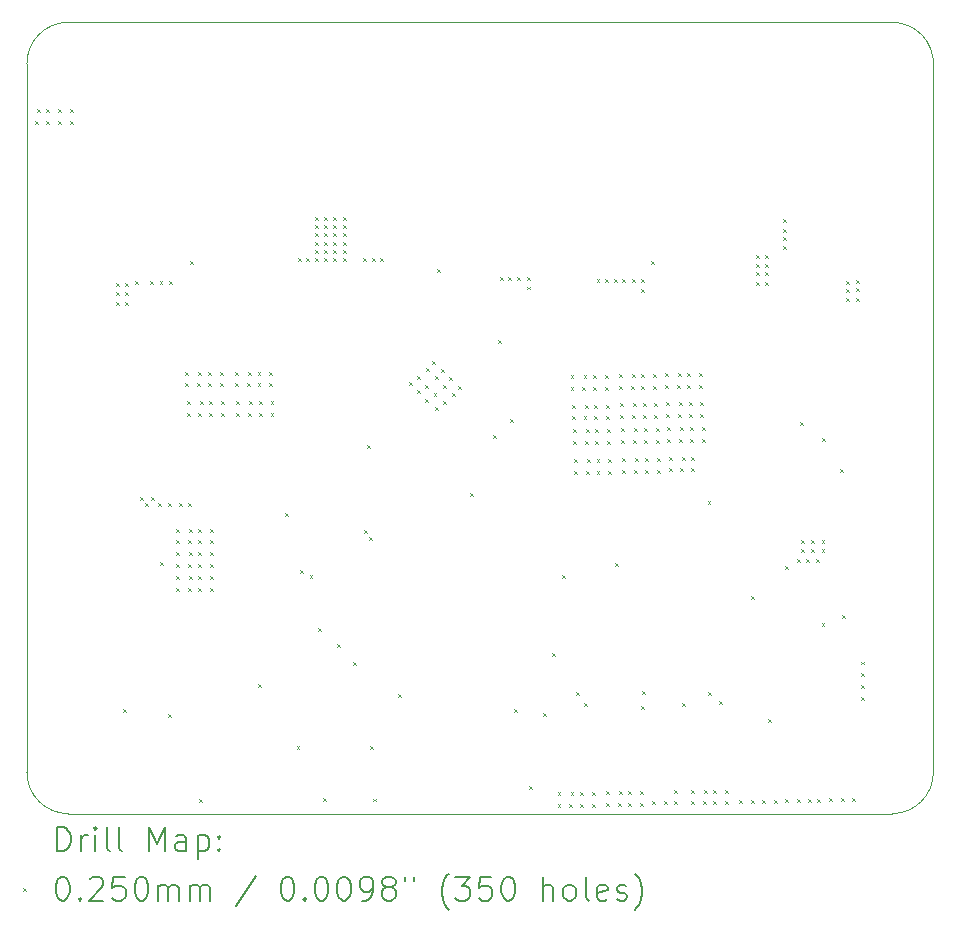
<source format=gbr>
%TF.GenerationSoftware,KiCad,Pcbnew,8.0.4*%
%TF.CreationDate,2024-12-09T12:19:06+01:00*%
%TF.ProjectId,BLDC motor controller,424c4443-206d-46f7-946f-7220636f6e74,1.1*%
%TF.SameCoordinates,Original*%
%TF.FileFunction,Drillmap*%
%TF.FilePolarity,Positive*%
%FSLAX45Y45*%
G04 Gerber Fmt 4.5, Leading zero omitted, Abs format (unit mm)*
G04 Created by KiCad (PCBNEW 8.0.4) date 2024-12-09 12:19:06*
%MOMM*%
%LPD*%
G01*
G04 APERTURE LIST*
%ADD10C,0.100000*%
%ADD11C,0.200000*%
G04 APERTURE END LIST*
D10*
X9725000Y-6750000D02*
X16700000Y-6750000D01*
X9375000Y-7100000D02*
G75*
G02*
X9725000Y-6750000I350000J0D01*
G01*
X9375000Y-13100000D02*
X9375000Y-8750000D01*
X16700000Y-6750000D02*
G75*
G02*
X17049111Y-7124936I0J-350000D01*
G01*
X9725000Y-13450000D02*
X16700000Y-13450000D01*
X17050000Y-13100000D02*
X17050000Y-7125000D01*
X17050000Y-13100000D02*
G75*
G02*
X16700000Y-13450000I-350000J0D01*
G01*
X9725000Y-13450000D02*
G75*
G02*
X9375000Y-13100000I0J350000D01*
G01*
X9375000Y-8750000D02*
X9375000Y-7100000D01*
D11*
D10*
X9447500Y-7587500D02*
X9472500Y-7612500D01*
X9472500Y-7587500D02*
X9447500Y-7612500D01*
X9457500Y-7487500D02*
X9482500Y-7512500D01*
X9482500Y-7487500D02*
X9457500Y-7512500D01*
X9537500Y-7487500D02*
X9562500Y-7512500D01*
X9562500Y-7487500D02*
X9537500Y-7512500D01*
X9537500Y-7587500D02*
X9562500Y-7612500D01*
X9562500Y-7587500D02*
X9537500Y-7612500D01*
X9637500Y-7487500D02*
X9662500Y-7512500D01*
X9662500Y-7487500D02*
X9637500Y-7512500D01*
X9637500Y-7587500D02*
X9662500Y-7612500D01*
X9662500Y-7587500D02*
X9637500Y-7612500D01*
X9737500Y-7487500D02*
X9762500Y-7512500D01*
X9762500Y-7487500D02*
X9737500Y-7512500D01*
X9737500Y-7587500D02*
X9762500Y-7612500D01*
X9762500Y-7587500D02*
X9737500Y-7612500D01*
X10127500Y-8957500D02*
X10152500Y-8982500D01*
X10152500Y-8957500D02*
X10127500Y-8982500D01*
X10127500Y-9037500D02*
X10152500Y-9062500D01*
X10152500Y-9037500D02*
X10127500Y-9062500D01*
X10127500Y-9117500D02*
X10152500Y-9142500D01*
X10152500Y-9117500D02*
X10127500Y-9142500D01*
X10192500Y-12562500D02*
X10217500Y-12587500D01*
X10217500Y-12562500D02*
X10192500Y-12587500D01*
X10207500Y-8957500D02*
X10232500Y-8982500D01*
X10232500Y-8957500D02*
X10207500Y-8982500D01*
X10207500Y-9037500D02*
X10232500Y-9062500D01*
X10232500Y-9037500D02*
X10207500Y-9062500D01*
X10207500Y-9117500D02*
X10232500Y-9142500D01*
X10232500Y-9117500D02*
X10207500Y-9142500D01*
X10287500Y-8937500D02*
X10312500Y-8962500D01*
X10312500Y-8937500D02*
X10287500Y-8962500D01*
X10332500Y-10767500D02*
X10357500Y-10792500D01*
X10357500Y-10767500D02*
X10332500Y-10792500D01*
X10377500Y-10822500D02*
X10402500Y-10847500D01*
X10402500Y-10822500D02*
X10377500Y-10847500D01*
X10417500Y-8937500D02*
X10442500Y-8962500D01*
X10442500Y-8937500D02*
X10417500Y-8962500D01*
X10422500Y-10767500D02*
X10447500Y-10792500D01*
X10447500Y-10767500D02*
X10422500Y-10792500D01*
X10482500Y-10822500D02*
X10507500Y-10847500D01*
X10507500Y-10822500D02*
X10482500Y-10847500D01*
X10497500Y-8937500D02*
X10522500Y-8962500D01*
X10522500Y-8937500D02*
X10497500Y-8962500D01*
X10502500Y-11317500D02*
X10527500Y-11342500D01*
X10527500Y-11317500D02*
X10502500Y-11342500D01*
X10567500Y-10822500D02*
X10592500Y-10847500D01*
X10592500Y-10822500D02*
X10567500Y-10847500D01*
X10572500Y-12607500D02*
X10597500Y-12632500D01*
X10597500Y-12607500D02*
X10572500Y-12632500D01*
X10577500Y-8937500D02*
X10602500Y-8962500D01*
X10602500Y-8937500D02*
X10577500Y-8962500D01*
X10637500Y-11037500D02*
X10662500Y-11062500D01*
X10662500Y-11037500D02*
X10637500Y-11062500D01*
X10637500Y-11137500D02*
X10662500Y-11162500D01*
X10662500Y-11137500D02*
X10637500Y-11162500D01*
X10637500Y-11237500D02*
X10662500Y-11262500D01*
X10662500Y-11237500D02*
X10637500Y-11262500D01*
X10637500Y-11337500D02*
X10662500Y-11362500D01*
X10662500Y-11337500D02*
X10637500Y-11362500D01*
X10637500Y-11437500D02*
X10662500Y-11462500D01*
X10662500Y-11437500D02*
X10637500Y-11462500D01*
X10637500Y-11537500D02*
X10662500Y-11562500D01*
X10662500Y-11537500D02*
X10637500Y-11562500D01*
X10662500Y-10822500D02*
X10687500Y-10847500D01*
X10687500Y-10822500D02*
X10662500Y-10847500D01*
X10717500Y-9707500D02*
X10742500Y-9732500D01*
X10742500Y-9707500D02*
X10717500Y-9732500D01*
X10717500Y-9807500D02*
X10742500Y-9832500D01*
X10742500Y-9807500D02*
X10717500Y-9832500D01*
X10727500Y-9957500D02*
X10752500Y-9982500D01*
X10752500Y-9957500D02*
X10727500Y-9982500D01*
X10727500Y-10057500D02*
X10752500Y-10082500D01*
X10752500Y-10057500D02*
X10727500Y-10082500D01*
X10737500Y-11137500D02*
X10762500Y-11162500D01*
X10762500Y-11137500D02*
X10737500Y-11162500D01*
X10737500Y-11337500D02*
X10762500Y-11362500D01*
X10762500Y-11337500D02*
X10737500Y-11362500D01*
X10737500Y-11537500D02*
X10762500Y-11562500D01*
X10762500Y-11537500D02*
X10737500Y-11562500D01*
X10742500Y-10822500D02*
X10767500Y-10847500D01*
X10767500Y-10822500D02*
X10742500Y-10847500D01*
X10747500Y-11037500D02*
X10772500Y-11062500D01*
X10772500Y-11037500D02*
X10747500Y-11062500D01*
X10747500Y-11237500D02*
X10772500Y-11262500D01*
X10772500Y-11237500D02*
X10747500Y-11262500D01*
X10747500Y-11437500D02*
X10772500Y-11462500D01*
X10772500Y-11437500D02*
X10747500Y-11462500D01*
X10752500Y-8772500D02*
X10777500Y-8797500D01*
X10777500Y-8772500D02*
X10752500Y-8797500D01*
X10817500Y-9807500D02*
X10842500Y-9832500D01*
X10842500Y-9807500D02*
X10817500Y-9832500D01*
X10827500Y-9707500D02*
X10852500Y-9732500D01*
X10852500Y-9707500D02*
X10827500Y-9732500D01*
X10827500Y-10057500D02*
X10852500Y-10082500D01*
X10852500Y-10057500D02*
X10827500Y-10082500D01*
X10827500Y-11037500D02*
X10852500Y-11062500D01*
X10852500Y-11037500D02*
X10827500Y-11062500D01*
X10827500Y-11137500D02*
X10852500Y-11162500D01*
X10852500Y-11137500D02*
X10827500Y-11162500D01*
X10827500Y-11237500D02*
X10852500Y-11262500D01*
X10852500Y-11237500D02*
X10827500Y-11262500D01*
X10827500Y-11337500D02*
X10852500Y-11362500D01*
X10852500Y-11337500D02*
X10827500Y-11362500D01*
X10827500Y-11437500D02*
X10852500Y-11462500D01*
X10852500Y-11437500D02*
X10827500Y-11462500D01*
X10827500Y-11537500D02*
X10852500Y-11562500D01*
X10852500Y-11537500D02*
X10827500Y-11562500D01*
X10832500Y-13327500D02*
X10857500Y-13352500D01*
X10857500Y-13327500D02*
X10832500Y-13352500D01*
X10837500Y-9957500D02*
X10862500Y-9982500D01*
X10862500Y-9957500D02*
X10837500Y-9982500D01*
X10907500Y-9707500D02*
X10932500Y-9732500D01*
X10932500Y-9707500D02*
X10907500Y-9732500D01*
X10907500Y-9807500D02*
X10932500Y-9832500D01*
X10932500Y-9807500D02*
X10907500Y-9832500D01*
X10917500Y-9957500D02*
X10942500Y-9982500D01*
X10942500Y-9957500D02*
X10917500Y-9982500D01*
X10917500Y-10057500D02*
X10942500Y-10082500D01*
X10942500Y-10057500D02*
X10917500Y-10082500D01*
X10927500Y-11037500D02*
X10952500Y-11062500D01*
X10952500Y-11037500D02*
X10927500Y-11062500D01*
X10927500Y-11137500D02*
X10952500Y-11162500D01*
X10952500Y-11137500D02*
X10927500Y-11162500D01*
X10927500Y-11237500D02*
X10952500Y-11262500D01*
X10952500Y-11237500D02*
X10927500Y-11262500D01*
X10927500Y-11337500D02*
X10952500Y-11362500D01*
X10952500Y-11337500D02*
X10927500Y-11362500D01*
X10927500Y-11437500D02*
X10952500Y-11462500D01*
X10952500Y-11437500D02*
X10927500Y-11462500D01*
X10927500Y-11537500D02*
X10952500Y-11562500D01*
X10952500Y-11537500D02*
X10927500Y-11562500D01*
X11007500Y-9707500D02*
X11032500Y-9732500D01*
X11032500Y-9707500D02*
X11007500Y-9732500D01*
X11007500Y-9807500D02*
X11032500Y-9832500D01*
X11032500Y-9807500D02*
X11007500Y-9832500D01*
X11017500Y-9957500D02*
X11042500Y-9982500D01*
X11042500Y-9957500D02*
X11017500Y-9982500D01*
X11017500Y-10057500D02*
X11042500Y-10082500D01*
X11042500Y-10057500D02*
X11017500Y-10082500D01*
X11137500Y-9707500D02*
X11162500Y-9732500D01*
X11162500Y-9707500D02*
X11137500Y-9732500D01*
X11137500Y-9807500D02*
X11162500Y-9832500D01*
X11162500Y-9807500D02*
X11137500Y-9832500D01*
X11147500Y-9957500D02*
X11172500Y-9982500D01*
X11172500Y-9957500D02*
X11147500Y-9982500D01*
X11147500Y-10057500D02*
X11172500Y-10082500D01*
X11172500Y-10057500D02*
X11147500Y-10082500D01*
X11237500Y-9807500D02*
X11262500Y-9832500D01*
X11262500Y-9807500D02*
X11237500Y-9832500D01*
X11247500Y-9707500D02*
X11272500Y-9732500D01*
X11272500Y-9707500D02*
X11247500Y-9732500D01*
X11247500Y-10057500D02*
X11272500Y-10082500D01*
X11272500Y-10057500D02*
X11247500Y-10082500D01*
X11257500Y-9957500D02*
X11282500Y-9982500D01*
X11282500Y-9957500D02*
X11257500Y-9982500D01*
X11327500Y-9707500D02*
X11352500Y-9732500D01*
X11352500Y-9707500D02*
X11327500Y-9732500D01*
X11327500Y-9807500D02*
X11352500Y-9832500D01*
X11352500Y-9807500D02*
X11327500Y-9832500D01*
X11332500Y-12352500D02*
X11357500Y-12377500D01*
X11357500Y-12352500D02*
X11332500Y-12377500D01*
X11337500Y-9957500D02*
X11362500Y-9982500D01*
X11362500Y-9957500D02*
X11337500Y-9982500D01*
X11337500Y-10057500D02*
X11362500Y-10082500D01*
X11362500Y-10057500D02*
X11337500Y-10082500D01*
X11427500Y-9707500D02*
X11452500Y-9732500D01*
X11452500Y-9707500D02*
X11427500Y-9732500D01*
X11427500Y-9807500D02*
X11452500Y-9832500D01*
X11452500Y-9807500D02*
X11427500Y-9832500D01*
X11437500Y-9957500D02*
X11462500Y-9982500D01*
X11462500Y-9957500D02*
X11437500Y-9982500D01*
X11437500Y-10057500D02*
X11462500Y-10082500D01*
X11462500Y-10057500D02*
X11437500Y-10082500D01*
X11557102Y-10907500D02*
X11582102Y-10932500D01*
X11582102Y-10907500D02*
X11557102Y-10932500D01*
X11657500Y-12877500D02*
X11682500Y-12902500D01*
X11682500Y-12877500D02*
X11657500Y-12902500D01*
X11667500Y-8747500D02*
X11692500Y-8772500D01*
X11692500Y-8747500D02*
X11667500Y-8772500D01*
X11687500Y-11387500D02*
X11712500Y-11412500D01*
X11712500Y-11387500D02*
X11687500Y-11412500D01*
X11737500Y-8747500D02*
X11762500Y-8772500D01*
X11762500Y-8747500D02*
X11737500Y-8772500D01*
X11767500Y-11427500D02*
X11792500Y-11452500D01*
X11792500Y-11427500D02*
X11767500Y-11452500D01*
X11817500Y-8397500D02*
X11842500Y-8422500D01*
X11842500Y-8397500D02*
X11817500Y-8422500D01*
X11817500Y-8467500D02*
X11842500Y-8492500D01*
X11842500Y-8467500D02*
X11817500Y-8492500D01*
X11817500Y-8537500D02*
X11842500Y-8562500D01*
X11842500Y-8537500D02*
X11817500Y-8562500D01*
X11817500Y-8607500D02*
X11842500Y-8632500D01*
X11842500Y-8607500D02*
X11817500Y-8632500D01*
X11817500Y-8677500D02*
X11842500Y-8702500D01*
X11842500Y-8677500D02*
X11817500Y-8702500D01*
X11817500Y-8747500D02*
X11842500Y-8772500D01*
X11842500Y-8747500D02*
X11817500Y-8772500D01*
X11837500Y-11877500D02*
X11862500Y-11902500D01*
X11862500Y-11877500D02*
X11837500Y-11902500D01*
X11885250Y-13314750D02*
X11910250Y-13339750D01*
X11910250Y-13314750D02*
X11885250Y-13339750D01*
X11887500Y-8397500D02*
X11912500Y-8422500D01*
X11912500Y-8397500D02*
X11887500Y-8422500D01*
X11887500Y-8467500D02*
X11912500Y-8492500D01*
X11912500Y-8467500D02*
X11887500Y-8492500D01*
X11887500Y-8537500D02*
X11912500Y-8562500D01*
X11912500Y-8537500D02*
X11887500Y-8562500D01*
X11887500Y-8607500D02*
X11912500Y-8632500D01*
X11912500Y-8607500D02*
X11887500Y-8632500D01*
X11887500Y-8677500D02*
X11912500Y-8702500D01*
X11912500Y-8677500D02*
X11887500Y-8702500D01*
X11887500Y-8747500D02*
X11912500Y-8772500D01*
X11912500Y-8747500D02*
X11887500Y-8772500D01*
X11967500Y-8397500D02*
X11992500Y-8422500D01*
X11992500Y-8397500D02*
X11967500Y-8422500D01*
X11967500Y-8467500D02*
X11992500Y-8492500D01*
X11992500Y-8467500D02*
X11967500Y-8492500D01*
X11967500Y-8537500D02*
X11992500Y-8562500D01*
X11992500Y-8537500D02*
X11967500Y-8562500D01*
X11967500Y-8607500D02*
X11992500Y-8632500D01*
X11992500Y-8607500D02*
X11967500Y-8632500D01*
X11967500Y-8677500D02*
X11992500Y-8702500D01*
X11992500Y-8677500D02*
X11967500Y-8702500D01*
X11967500Y-8747500D02*
X11992500Y-8772500D01*
X11992500Y-8747500D02*
X11967500Y-8772500D01*
X11997500Y-12017500D02*
X12022500Y-12042500D01*
X12022500Y-12017500D02*
X11997500Y-12042500D01*
X12047500Y-8397500D02*
X12072500Y-8422500D01*
X12072500Y-8397500D02*
X12047500Y-8422500D01*
X12047500Y-8467500D02*
X12072500Y-8492500D01*
X12072500Y-8467500D02*
X12047500Y-8492500D01*
X12047500Y-8537500D02*
X12072500Y-8562500D01*
X12072500Y-8537500D02*
X12047500Y-8562500D01*
X12047500Y-8607500D02*
X12072500Y-8632500D01*
X12072500Y-8607500D02*
X12047500Y-8632500D01*
X12047500Y-8677500D02*
X12072500Y-8702500D01*
X12072500Y-8677500D02*
X12047500Y-8702500D01*
X12047500Y-8747500D02*
X12072500Y-8772500D01*
X12072500Y-8747500D02*
X12047500Y-8772500D01*
X12137500Y-12167500D02*
X12162500Y-12192500D01*
X12162500Y-12167500D02*
X12137500Y-12192500D01*
X12217500Y-8747500D02*
X12242500Y-8772500D01*
X12242500Y-8747500D02*
X12217500Y-8772500D01*
X12227500Y-11047500D02*
X12252500Y-11072500D01*
X12252500Y-11047500D02*
X12227500Y-11072500D01*
X12257500Y-10327500D02*
X12282500Y-10352500D01*
X12282500Y-10327500D02*
X12257500Y-10352500D01*
X12267500Y-11107500D02*
X12292500Y-11132500D01*
X12292500Y-11107500D02*
X12267500Y-11132500D01*
X12282500Y-12877500D02*
X12307500Y-12902500D01*
X12307500Y-12877500D02*
X12282500Y-12902500D01*
X12297500Y-8747500D02*
X12322500Y-8772500D01*
X12322500Y-8747500D02*
X12297500Y-8772500D01*
X12307500Y-13322250D02*
X12332500Y-13347250D01*
X12332500Y-13322250D02*
X12307500Y-13347250D01*
X12367500Y-8747500D02*
X12392500Y-8772500D01*
X12392500Y-8747500D02*
X12367500Y-8772500D01*
X12518559Y-12438559D02*
X12543559Y-12463559D01*
X12543559Y-12438559D02*
X12518559Y-12463559D01*
X12607500Y-9797500D02*
X12632500Y-9822500D01*
X12632500Y-9797500D02*
X12607500Y-9822500D01*
X12677500Y-9747500D02*
X12702500Y-9772500D01*
X12702500Y-9747500D02*
X12677500Y-9772500D01*
X12677500Y-9867500D02*
X12702500Y-9892500D01*
X12702500Y-9867500D02*
X12677500Y-9892500D01*
X12747500Y-9817500D02*
X12772500Y-9842500D01*
X12772500Y-9817500D02*
X12747500Y-9842500D01*
X12747500Y-9937500D02*
X12772500Y-9962500D01*
X12772500Y-9937500D02*
X12747500Y-9962500D01*
X12757500Y-9677500D02*
X12782500Y-9702500D01*
X12782500Y-9677500D02*
X12757500Y-9702500D01*
X12807500Y-9617500D02*
X12832500Y-9642500D01*
X12832500Y-9617500D02*
X12807500Y-9642500D01*
X12817500Y-9887500D02*
X12842500Y-9912500D01*
X12842500Y-9887500D02*
X12817500Y-9912500D01*
X12827500Y-9747500D02*
X12852500Y-9772500D01*
X12852500Y-9747500D02*
X12827500Y-9772500D01*
X12827500Y-10007500D02*
X12852500Y-10032500D01*
X12852500Y-10007500D02*
X12827500Y-10032500D01*
X12847500Y-8837500D02*
X12872500Y-8862500D01*
X12872500Y-8837500D02*
X12847500Y-8862500D01*
X12877500Y-9687500D02*
X12902500Y-9712500D01*
X12902500Y-9687500D02*
X12877500Y-9712500D01*
X12897500Y-9817500D02*
X12922500Y-9842500D01*
X12922500Y-9817500D02*
X12897500Y-9842500D01*
X12897500Y-9957500D02*
X12922500Y-9982500D01*
X12922500Y-9957500D02*
X12897500Y-9982500D01*
X12947500Y-9757500D02*
X12972500Y-9782500D01*
X12972500Y-9757500D02*
X12947500Y-9782500D01*
X12977500Y-9887500D02*
X13002500Y-9912500D01*
X13002500Y-9887500D02*
X12977500Y-9912500D01*
X13027500Y-9827500D02*
X13052500Y-9852500D01*
X13052500Y-9827500D02*
X13027500Y-9852500D01*
X13127500Y-10737500D02*
X13152500Y-10762500D01*
X13152500Y-10737500D02*
X13127500Y-10762500D01*
X13319618Y-10247500D02*
X13344618Y-10272500D01*
X13344618Y-10247500D02*
X13319618Y-10272500D01*
X13362500Y-9437500D02*
X13387500Y-9462500D01*
X13387500Y-9437500D02*
X13362500Y-9462500D01*
X13377500Y-8907500D02*
X13402500Y-8932500D01*
X13402500Y-8907500D02*
X13377500Y-8932500D01*
X13447500Y-8907500D02*
X13472500Y-8932500D01*
X13472500Y-8907500D02*
X13447500Y-8932500D01*
X13467500Y-10107500D02*
X13492500Y-10132500D01*
X13492500Y-10107500D02*
X13467500Y-10132500D01*
X13497500Y-12562500D02*
X13522500Y-12587500D01*
X13522500Y-12562500D02*
X13497500Y-12587500D01*
X13527500Y-8907500D02*
X13552500Y-8932500D01*
X13552500Y-8907500D02*
X13527500Y-8932500D01*
X13607500Y-8907500D02*
X13632500Y-8932500D01*
X13632500Y-8907500D02*
X13607500Y-8932500D01*
X13607500Y-8987500D02*
X13632500Y-9012500D01*
X13632500Y-8987500D02*
X13607500Y-9012500D01*
X13622500Y-13217500D02*
X13647500Y-13242500D01*
X13647500Y-13217500D02*
X13622500Y-13242500D01*
X13742500Y-12597500D02*
X13767500Y-12622500D01*
X13767500Y-12597500D02*
X13742500Y-12622500D01*
X13817500Y-12087500D02*
X13842500Y-12112500D01*
X13842500Y-12087500D02*
X13817500Y-12112500D01*
X13867500Y-13267500D02*
X13892500Y-13292500D01*
X13892500Y-13267500D02*
X13867500Y-13292500D01*
X13867500Y-13367500D02*
X13892500Y-13392500D01*
X13892500Y-13367500D02*
X13867500Y-13392500D01*
X13907500Y-11427500D02*
X13932500Y-11452500D01*
X13932500Y-11427500D02*
X13907500Y-11452500D01*
X13967500Y-13367500D02*
X13992500Y-13392500D01*
X13992500Y-13367500D02*
X13967500Y-13392500D01*
X13977500Y-9737500D02*
X14002500Y-9762500D01*
X14002500Y-9737500D02*
X13977500Y-9762500D01*
X13977500Y-9837500D02*
X14002500Y-9862500D01*
X14002500Y-9837500D02*
X13977500Y-9862500D01*
X13977500Y-13267500D02*
X14002500Y-13292500D01*
X14002500Y-13267500D02*
X13977500Y-13292500D01*
X13987500Y-9987500D02*
X14012500Y-10012500D01*
X14012500Y-9987500D02*
X13987500Y-10012500D01*
X13987500Y-10087500D02*
X14012500Y-10112500D01*
X14012500Y-10087500D02*
X13987500Y-10112500D01*
X13997500Y-10197500D02*
X14022500Y-10222500D01*
X14022500Y-10197500D02*
X13997500Y-10222500D01*
X13997500Y-10297500D02*
X14022500Y-10322500D01*
X14022500Y-10297500D02*
X13997500Y-10322500D01*
X14007500Y-10447500D02*
X14032500Y-10472500D01*
X14032500Y-10447500D02*
X14007500Y-10472500D01*
X14007500Y-10547500D02*
X14032500Y-10572500D01*
X14032500Y-10547500D02*
X14007500Y-10572500D01*
X14022500Y-12422500D02*
X14047500Y-12447500D01*
X14047500Y-12422500D02*
X14022500Y-12447500D01*
X14057500Y-13267500D02*
X14082500Y-13292500D01*
X14082500Y-13267500D02*
X14057500Y-13292500D01*
X14057500Y-13367500D02*
X14082500Y-13392500D01*
X14082500Y-13367500D02*
X14057500Y-13392500D01*
X14077500Y-9837500D02*
X14102500Y-9862500D01*
X14102500Y-9837500D02*
X14077500Y-9862500D01*
X14087500Y-9737500D02*
X14112500Y-9762500D01*
X14112500Y-9737500D02*
X14087500Y-9762500D01*
X14087500Y-10087500D02*
X14112500Y-10112500D01*
X14112500Y-10087500D02*
X14087500Y-10112500D01*
X14095000Y-12510000D02*
X14120000Y-12535000D01*
X14120000Y-12510000D02*
X14095000Y-12535000D01*
X14097500Y-9987500D02*
X14122500Y-10012500D01*
X14122500Y-9987500D02*
X14097500Y-10012500D01*
X14097500Y-10297500D02*
X14122500Y-10322500D01*
X14122500Y-10297500D02*
X14097500Y-10322500D01*
X14107500Y-10197500D02*
X14132500Y-10222500D01*
X14132500Y-10197500D02*
X14107500Y-10222500D01*
X14107500Y-10547500D02*
X14132500Y-10572500D01*
X14132500Y-10547500D02*
X14107500Y-10572500D01*
X14117500Y-10447500D02*
X14142500Y-10472500D01*
X14142500Y-10447500D02*
X14117500Y-10472500D01*
X14157500Y-13267500D02*
X14182500Y-13292500D01*
X14182500Y-13267500D02*
X14157500Y-13292500D01*
X14157500Y-13367500D02*
X14182500Y-13392500D01*
X14182500Y-13367500D02*
X14157500Y-13392500D01*
X14167500Y-9737500D02*
X14192500Y-9762500D01*
X14192500Y-9737500D02*
X14167500Y-9762500D01*
X14167500Y-9837500D02*
X14192500Y-9862500D01*
X14192500Y-9837500D02*
X14167500Y-9862500D01*
X14177500Y-9987500D02*
X14202500Y-10012500D01*
X14202500Y-9987500D02*
X14177500Y-10012500D01*
X14177500Y-10087500D02*
X14202500Y-10112500D01*
X14202500Y-10087500D02*
X14177500Y-10112500D01*
X14187500Y-10197500D02*
X14212500Y-10222500D01*
X14212500Y-10197500D02*
X14187500Y-10222500D01*
X14187500Y-10297500D02*
X14212500Y-10322500D01*
X14212500Y-10297500D02*
X14187500Y-10322500D01*
X14197500Y-8927500D02*
X14222500Y-8952500D01*
X14222500Y-8927500D02*
X14197500Y-8952500D01*
X14197500Y-10447500D02*
X14222500Y-10472500D01*
X14222500Y-10447500D02*
X14197500Y-10472500D01*
X14197500Y-10547500D02*
X14222500Y-10572500D01*
X14222500Y-10547500D02*
X14197500Y-10572500D01*
X14267500Y-8927500D02*
X14292500Y-8952500D01*
X14292500Y-8927500D02*
X14267500Y-8952500D01*
X14267500Y-9737500D02*
X14292500Y-9762500D01*
X14292500Y-9737500D02*
X14267500Y-9762500D01*
X14267500Y-9837500D02*
X14292500Y-9862500D01*
X14292500Y-9837500D02*
X14267500Y-9862500D01*
X14277500Y-9987500D02*
X14302500Y-10012500D01*
X14302500Y-9987500D02*
X14277500Y-10012500D01*
X14277500Y-10087500D02*
X14302500Y-10112500D01*
X14302500Y-10087500D02*
X14277500Y-10112500D01*
X14277500Y-13257500D02*
X14302500Y-13282500D01*
X14302500Y-13257500D02*
X14277500Y-13282500D01*
X14277500Y-13357500D02*
X14302500Y-13382500D01*
X14302500Y-13357500D02*
X14277500Y-13382500D01*
X14287500Y-10197500D02*
X14312500Y-10222500D01*
X14312500Y-10197500D02*
X14287500Y-10222500D01*
X14287500Y-10297500D02*
X14312500Y-10322500D01*
X14312500Y-10297500D02*
X14287500Y-10322500D01*
X14297500Y-10447500D02*
X14322500Y-10472500D01*
X14322500Y-10447500D02*
X14297500Y-10472500D01*
X14297500Y-10547500D02*
X14322500Y-10572500D01*
X14322500Y-10547500D02*
X14297500Y-10572500D01*
X14347500Y-8927500D02*
X14372500Y-8952500D01*
X14372500Y-8927500D02*
X14347500Y-8952500D01*
X14350845Y-11327500D02*
X14375845Y-11352500D01*
X14375845Y-11327500D02*
X14350845Y-11352500D01*
X14377500Y-13357500D02*
X14402500Y-13382500D01*
X14402500Y-13357500D02*
X14377500Y-13382500D01*
X14387500Y-9727500D02*
X14412500Y-9752500D01*
X14412500Y-9727500D02*
X14387500Y-9752500D01*
X14387500Y-9827500D02*
X14412500Y-9852500D01*
X14412500Y-9827500D02*
X14387500Y-9852500D01*
X14387500Y-13257500D02*
X14412500Y-13282500D01*
X14412500Y-13257500D02*
X14387500Y-13282500D01*
X14397500Y-9977500D02*
X14422500Y-10002500D01*
X14422500Y-9977500D02*
X14397500Y-10002500D01*
X14397500Y-10077500D02*
X14422500Y-10102500D01*
X14422500Y-10077500D02*
X14397500Y-10102500D01*
X14407500Y-10187500D02*
X14432500Y-10212500D01*
X14432500Y-10187500D02*
X14407500Y-10212500D01*
X14407500Y-10287500D02*
X14432500Y-10312500D01*
X14432500Y-10287500D02*
X14407500Y-10312500D01*
X14417500Y-8927500D02*
X14442500Y-8952500D01*
X14442500Y-8927500D02*
X14417500Y-8952500D01*
X14417500Y-10437500D02*
X14442500Y-10462500D01*
X14442500Y-10437500D02*
X14417500Y-10462500D01*
X14417500Y-10537500D02*
X14442500Y-10562500D01*
X14442500Y-10537500D02*
X14417500Y-10562500D01*
X14467500Y-13257500D02*
X14492500Y-13282500D01*
X14492500Y-13257500D02*
X14467500Y-13282500D01*
X14467500Y-13357500D02*
X14492500Y-13382500D01*
X14492500Y-13357500D02*
X14467500Y-13382500D01*
X14487500Y-9827500D02*
X14512500Y-9852500D01*
X14512500Y-9827500D02*
X14487500Y-9852500D01*
X14497500Y-8927500D02*
X14522500Y-8952500D01*
X14522500Y-8927500D02*
X14497500Y-8952500D01*
X14497500Y-9727500D02*
X14522500Y-9752500D01*
X14522500Y-9727500D02*
X14497500Y-9752500D01*
X14497500Y-10077500D02*
X14522500Y-10102500D01*
X14522500Y-10077500D02*
X14497500Y-10102500D01*
X14507500Y-9977500D02*
X14532500Y-10002500D01*
X14532500Y-9977500D02*
X14507500Y-10002500D01*
X14507500Y-10287500D02*
X14532500Y-10312500D01*
X14532500Y-10287500D02*
X14507500Y-10312500D01*
X14517500Y-10187500D02*
X14542500Y-10212500D01*
X14542500Y-10187500D02*
X14517500Y-10212500D01*
X14517500Y-10537500D02*
X14542500Y-10562500D01*
X14542500Y-10537500D02*
X14517500Y-10562500D01*
X14527500Y-10437500D02*
X14552500Y-10462500D01*
X14552500Y-10437500D02*
X14527500Y-10462500D01*
X14567500Y-13257500D02*
X14592500Y-13282500D01*
X14592500Y-13257500D02*
X14567500Y-13282500D01*
X14567500Y-13357500D02*
X14592500Y-13382500D01*
X14592500Y-13357500D02*
X14567500Y-13382500D01*
X14572500Y-12537500D02*
X14597500Y-12562500D01*
X14597500Y-12537500D02*
X14572500Y-12562500D01*
X14577500Y-8927500D02*
X14602500Y-8952500D01*
X14602500Y-8927500D02*
X14577500Y-8952500D01*
X14577500Y-9007500D02*
X14602500Y-9032500D01*
X14602500Y-9007500D02*
X14577500Y-9032500D01*
X14577500Y-9727500D02*
X14602500Y-9752500D01*
X14602500Y-9727500D02*
X14577500Y-9752500D01*
X14577500Y-9827500D02*
X14602500Y-9852500D01*
X14602500Y-9827500D02*
X14577500Y-9852500D01*
X14582500Y-12412500D02*
X14607500Y-12437500D01*
X14607500Y-12412500D02*
X14582500Y-12437500D01*
X14587500Y-9977500D02*
X14612500Y-10002500D01*
X14612500Y-9977500D02*
X14587500Y-10002500D01*
X14587500Y-10077500D02*
X14612500Y-10102500D01*
X14612500Y-10077500D02*
X14587500Y-10102500D01*
X14597500Y-10187500D02*
X14622500Y-10212500D01*
X14622500Y-10187500D02*
X14597500Y-10212500D01*
X14597500Y-10287500D02*
X14622500Y-10312500D01*
X14622500Y-10287500D02*
X14597500Y-10312500D01*
X14607500Y-10437500D02*
X14632500Y-10462500D01*
X14632500Y-10437500D02*
X14607500Y-10462500D01*
X14607500Y-10537500D02*
X14632500Y-10562500D01*
X14632500Y-10537500D02*
X14607500Y-10562500D01*
X14662500Y-8772500D02*
X14687500Y-8797500D01*
X14687500Y-8772500D02*
X14662500Y-8797500D01*
X14667500Y-13347500D02*
X14692500Y-13372500D01*
X14692500Y-13347500D02*
X14667500Y-13372500D01*
X14677500Y-9727500D02*
X14702500Y-9752500D01*
X14702500Y-9727500D02*
X14677500Y-9752500D01*
X14677500Y-9827500D02*
X14702500Y-9852500D01*
X14702500Y-9827500D02*
X14677500Y-9852500D01*
X14687500Y-9977500D02*
X14712500Y-10002500D01*
X14712500Y-9977500D02*
X14687500Y-10002500D01*
X14687500Y-10077500D02*
X14712500Y-10102500D01*
X14712500Y-10077500D02*
X14687500Y-10102500D01*
X14697500Y-10187500D02*
X14722500Y-10212500D01*
X14722500Y-10187500D02*
X14697500Y-10212500D01*
X14697500Y-10287500D02*
X14722500Y-10312500D01*
X14722500Y-10287500D02*
X14697500Y-10312500D01*
X14707500Y-10437500D02*
X14732500Y-10462500D01*
X14732500Y-10437500D02*
X14707500Y-10462500D01*
X14707500Y-10537500D02*
X14732500Y-10562500D01*
X14732500Y-10537500D02*
X14707500Y-10562500D01*
X14767500Y-13347500D02*
X14792500Y-13372500D01*
X14792500Y-13347500D02*
X14767500Y-13372500D01*
X14777500Y-9717500D02*
X14802500Y-9742500D01*
X14802500Y-9717500D02*
X14777500Y-9742500D01*
X14777500Y-9817500D02*
X14802500Y-9842500D01*
X14802500Y-9817500D02*
X14777500Y-9842500D01*
X14787500Y-9967500D02*
X14812500Y-9992500D01*
X14812500Y-9967500D02*
X14787500Y-9992500D01*
X14787500Y-10067500D02*
X14812500Y-10092500D01*
X14812500Y-10067500D02*
X14787500Y-10092500D01*
X14797500Y-10177500D02*
X14822500Y-10202500D01*
X14822500Y-10177500D02*
X14797500Y-10202500D01*
X14797500Y-10277500D02*
X14822500Y-10302500D01*
X14822500Y-10277500D02*
X14797500Y-10302500D01*
X14807500Y-10427500D02*
X14832500Y-10452500D01*
X14832500Y-10427500D02*
X14807500Y-10452500D01*
X14807500Y-10527500D02*
X14832500Y-10552500D01*
X14832500Y-10527500D02*
X14807500Y-10552500D01*
X14857500Y-13247500D02*
X14882500Y-13272500D01*
X14882500Y-13247500D02*
X14857500Y-13272500D01*
X14857500Y-13347500D02*
X14882500Y-13372500D01*
X14882500Y-13347500D02*
X14857500Y-13372500D01*
X14877500Y-9817500D02*
X14902500Y-9842500D01*
X14902500Y-9817500D02*
X14877500Y-9842500D01*
X14887500Y-9717500D02*
X14912500Y-9742500D01*
X14912500Y-9717500D02*
X14887500Y-9742500D01*
X14887500Y-10067500D02*
X14912500Y-10092500D01*
X14912500Y-10067500D02*
X14887500Y-10092500D01*
X14897500Y-9967500D02*
X14922500Y-9992500D01*
X14922500Y-9967500D02*
X14897500Y-9992500D01*
X14897500Y-10277500D02*
X14922500Y-10302500D01*
X14922500Y-10277500D02*
X14897500Y-10302500D01*
X14907500Y-10177500D02*
X14932500Y-10202500D01*
X14932500Y-10177500D02*
X14907500Y-10202500D01*
X14907500Y-10527500D02*
X14932500Y-10552500D01*
X14932500Y-10527500D02*
X14907500Y-10552500D01*
X14917500Y-10427500D02*
X14942500Y-10452500D01*
X14942500Y-10427500D02*
X14917500Y-10452500D01*
X14922500Y-12512500D02*
X14947500Y-12537500D01*
X14947500Y-12512500D02*
X14922500Y-12537500D01*
X14967500Y-9717500D02*
X14992500Y-9742500D01*
X14992500Y-9717500D02*
X14967500Y-9742500D01*
X14967500Y-9817500D02*
X14992500Y-9842500D01*
X14992500Y-9817500D02*
X14967500Y-9842500D01*
X14977500Y-9967500D02*
X15002500Y-9992500D01*
X15002500Y-9967500D02*
X14977500Y-9992500D01*
X14977500Y-10067500D02*
X15002500Y-10092500D01*
X15002500Y-10067500D02*
X14977500Y-10092500D01*
X14987500Y-10177500D02*
X15012500Y-10202500D01*
X15012500Y-10177500D02*
X14987500Y-10202500D01*
X14987500Y-10277500D02*
X15012500Y-10302500D01*
X15012500Y-10277500D02*
X14987500Y-10302500D01*
X14997500Y-10427500D02*
X15022500Y-10452500D01*
X15022500Y-10427500D02*
X14997500Y-10452500D01*
X14997500Y-10527500D02*
X15022500Y-10552500D01*
X15022500Y-10527500D02*
X14997500Y-10552500D01*
X14997500Y-13247500D02*
X15022500Y-13272500D01*
X15022500Y-13247500D02*
X14997500Y-13272500D01*
X14997500Y-13347500D02*
X15022500Y-13372500D01*
X15022500Y-13347500D02*
X14997500Y-13372500D01*
X15067500Y-9717500D02*
X15092500Y-9742500D01*
X15092500Y-9717500D02*
X15067500Y-9742500D01*
X15067500Y-9817500D02*
X15092500Y-9842500D01*
X15092500Y-9817500D02*
X15067500Y-9842500D01*
X15077500Y-9967500D02*
X15102500Y-9992500D01*
X15102500Y-9967500D02*
X15077500Y-9992500D01*
X15077500Y-10067500D02*
X15102500Y-10092500D01*
X15102500Y-10067500D02*
X15077500Y-10092500D01*
X15087500Y-10177500D02*
X15112500Y-10202500D01*
X15112500Y-10177500D02*
X15087500Y-10202500D01*
X15087500Y-10277500D02*
X15112500Y-10302500D01*
X15112500Y-10277500D02*
X15087500Y-10302500D01*
X15097500Y-13347500D02*
X15122500Y-13372500D01*
X15122500Y-13347500D02*
X15097500Y-13372500D01*
X15107500Y-13247500D02*
X15132500Y-13272500D01*
X15132500Y-13247500D02*
X15107500Y-13272500D01*
X15137500Y-10807500D02*
X15162500Y-10832500D01*
X15162500Y-10807500D02*
X15137500Y-10832500D01*
X15142500Y-12422500D02*
X15167500Y-12447500D01*
X15167500Y-12422500D02*
X15142500Y-12447500D01*
X15187500Y-13247500D02*
X15212500Y-13272500D01*
X15212500Y-13247500D02*
X15187500Y-13272500D01*
X15187500Y-13347500D02*
X15212500Y-13372500D01*
X15212500Y-13347500D02*
X15187500Y-13372500D01*
X15235000Y-12500000D02*
X15260000Y-12525000D01*
X15260000Y-12500000D02*
X15235000Y-12525000D01*
X15287500Y-13247500D02*
X15312500Y-13272500D01*
X15312500Y-13247500D02*
X15287500Y-13272500D01*
X15287500Y-13347500D02*
X15312500Y-13372500D01*
X15312500Y-13347500D02*
X15287500Y-13372500D01*
X15407500Y-13337500D02*
X15432500Y-13362500D01*
X15432500Y-13337500D02*
X15407500Y-13362500D01*
X15505000Y-11605000D02*
X15530000Y-11630000D01*
X15530000Y-11605000D02*
X15505000Y-11630000D01*
X15507500Y-13337500D02*
X15532500Y-13362500D01*
X15532500Y-13337500D02*
X15507500Y-13362500D01*
X15547500Y-8717500D02*
X15572500Y-8742500D01*
X15572500Y-8717500D02*
X15547500Y-8742500D01*
X15547500Y-8797500D02*
X15572500Y-8822500D01*
X15572500Y-8797500D02*
X15547500Y-8822500D01*
X15547500Y-8867500D02*
X15572500Y-8892500D01*
X15572500Y-8867500D02*
X15547500Y-8892500D01*
X15547500Y-8947500D02*
X15572500Y-8972500D01*
X15572500Y-8947500D02*
X15547500Y-8972500D01*
X15597500Y-13337500D02*
X15622500Y-13362500D01*
X15622500Y-13337500D02*
X15597500Y-13362500D01*
X15627500Y-8717500D02*
X15652500Y-8742500D01*
X15652500Y-8717500D02*
X15627500Y-8742500D01*
X15627500Y-8797500D02*
X15652500Y-8822500D01*
X15652500Y-8797500D02*
X15627500Y-8822500D01*
X15627500Y-8867500D02*
X15652500Y-8892500D01*
X15652500Y-8867500D02*
X15627500Y-8892500D01*
X15627500Y-8947500D02*
X15652500Y-8972500D01*
X15652500Y-8947500D02*
X15627500Y-8972500D01*
X15652500Y-12647500D02*
X15677500Y-12672500D01*
X15677500Y-12647500D02*
X15652500Y-12672500D01*
X15697500Y-13337500D02*
X15722500Y-13362500D01*
X15722500Y-13337500D02*
X15697500Y-13362500D01*
X15777500Y-8417500D02*
X15802500Y-8442500D01*
X15802500Y-8417500D02*
X15777500Y-8442500D01*
X15777500Y-8497500D02*
X15802500Y-8522500D01*
X15802500Y-8497500D02*
X15777500Y-8522500D01*
X15777500Y-8567500D02*
X15802500Y-8592500D01*
X15802500Y-8567500D02*
X15777500Y-8592500D01*
X15777500Y-8647500D02*
X15802500Y-8672500D01*
X15802500Y-8647500D02*
X15777500Y-8672500D01*
X15797500Y-11357500D02*
X15822500Y-11382500D01*
X15822500Y-11357500D02*
X15797500Y-11382500D01*
X15797500Y-13327500D02*
X15822500Y-13352500D01*
X15822500Y-13327500D02*
X15797500Y-13352500D01*
X15897500Y-11297500D02*
X15922500Y-11322500D01*
X15922500Y-11297500D02*
X15897500Y-11322500D01*
X15897500Y-13327500D02*
X15922500Y-13352500D01*
X15922500Y-13327500D02*
X15897500Y-13352500D01*
X15917500Y-10132500D02*
X15942500Y-10157500D01*
X15942500Y-10132500D02*
X15917500Y-10157500D01*
X15932500Y-11132500D02*
X15957500Y-11157500D01*
X15957500Y-11132500D02*
X15932500Y-11157500D01*
X15932500Y-11207500D02*
X15957500Y-11232500D01*
X15957500Y-11207500D02*
X15932500Y-11232500D01*
X15972500Y-11297500D02*
X15997500Y-11322500D01*
X15997500Y-11297500D02*
X15972500Y-11322500D01*
X15987500Y-13327500D02*
X16012500Y-13352500D01*
X16012500Y-13327500D02*
X15987500Y-13352500D01*
X16017500Y-11132500D02*
X16042500Y-11157500D01*
X16042500Y-11132500D02*
X16017500Y-11157500D01*
X16017500Y-11207500D02*
X16042500Y-11232500D01*
X16042500Y-11207500D02*
X16017500Y-11232500D01*
X16057500Y-11297500D02*
X16082500Y-11322500D01*
X16082500Y-11297500D02*
X16057500Y-11322500D01*
X16067500Y-13327500D02*
X16092500Y-13352500D01*
X16092500Y-13327500D02*
X16067500Y-13352500D01*
X16102500Y-11132500D02*
X16127500Y-11157500D01*
X16127500Y-11132500D02*
X16102500Y-11157500D01*
X16102500Y-11207500D02*
X16127500Y-11232500D01*
X16127500Y-11207500D02*
X16102500Y-11232500D01*
X16102500Y-11837500D02*
X16127500Y-11862500D01*
X16127500Y-11837500D02*
X16102500Y-11862500D01*
X16107500Y-10267500D02*
X16132500Y-10292500D01*
X16132500Y-10267500D02*
X16107500Y-10292500D01*
X16167500Y-13317500D02*
X16192500Y-13342500D01*
X16192500Y-13317500D02*
X16167500Y-13342500D01*
X16262500Y-10532500D02*
X16287500Y-10557500D01*
X16287500Y-10532500D02*
X16262500Y-10557500D01*
X16267500Y-13317500D02*
X16292500Y-13342500D01*
X16292500Y-13317500D02*
X16267500Y-13342500D01*
X16277500Y-11772500D02*
X16302500Y-11797500D01*
X16302500Y-11772500D02*
X16277500Y-11797500D01*
X16312500Y-8937500D02*
X16337500Y-8962500D01*
X16337500Y-8937500D02*
X16312500Y-8962500D01*
X16312500Y-9007500D02*
X16337500Y-9032500D01*
X16337500Y-9007500D02*
X16312500Y-9032500D01*
X16312500Y-9087500D02*
X16337500Y-9112500D01*
X16337500Y-9087500D02*
X16312500Y-9112500D01*
X16357500Y-13317500D02*
X16382500Y-13342500D01*
X16382500Y-13317500D02*
X16357500Y-13342500D01*
X16392500Y-8932500D02*
X16417500Y-8957500D01*
X16417500Y-8932500D02*
X16392500Y-8957500D01*
X16392500Y-9002500D02*
X16417500Y-9027500D01*
X16417500Y-9002500D02*
X16392500Y-9027500D01*
X16392500Y-9082500D02*
X16417500Y-9107500D01*
X16417500Y-9082500D02*
X16392500Y-9107500D01*
X16437500Y-12162500D02*
X16462500Y-12187500D01*
X16462500Y-12162500D02*
X16437500Y-12187500D01*
X16437500Y-12262500D02*
X16462500Y-12287500D01*
X16462500Y-12262500D02*
X16437500Y-12287500D01*
X16437500Y-12362500D02*
X16462500Y-12387500D01*
X16462500Y-12362500D02*
X16437500Y-12387500D01*
X16437500Y-12462500D02*
X16462500Y-12487500D01*
X16462500Y-12462500D02*
X16437500Y-12487500D01*
D11*
X9630777Y-13766484D02*
X9630777Y-13566484D01*
X9630777Y-13566484D02*
X9678396Y-13566484D01*
X9678396Y-13566484D02*
X9706967Y-13576008D01*
X9706967Y-13576008D02*
X9726015Y-13595055D01*
X9726015Y-13595055D02*
X9735539Y-13614103D01*
X9735539Y-13614103D02*
X9745063Y-13652198D01*
X9745063Y-13652198D02*
X9745063Y-13680769D01*
X9745063Y-13680769D02*
X9735539Y-13718865D01*
X9735539Y-13718865D02*
X9726015Y-13737912D01*
X9726015Y-13737912D02*
X9706967Y-13756960D01*
X9706967Y-13756960D02*
X9678396Y-13766484D01*
X9678396Y-13766484D02*
X9630777Y-13766484D01*
X9830777Y-13766484D02*
X9830777Y-13633150D01*
X9830777Y-13671246D02*
X9840301Y-13652198D01*
X9840301Y-13652198D02*
X9849824Y-13642674D01*
X9849824Y-13642674D02*
X9868872Y-13633150D01*
X9868872Y-13633150D02*
X9887920Y-13633150D01*
X9954586Y-13766484D02*
X9954586Y-13633150D01*
X9954586Y-13566484D02*
X9945063Y-13576008D01*
X9945063Y-13576008D02*
X9954586Y-13585531D01*
X9954586Y-13585531D02*
X9964110Y-13576008D01*
X9964110Y-13576008D02*
X9954586Y-13566484D01*
X9954586Y-13566484D02*
X9954586Y-13585531D01*
X10078396Y-13766484D02*
X10059348Y-13756960D01*
X10059348Y-13756960D02*
X10049824Y-13737912D01*
X10049824Y-13737912D02*
X10049824Y-13566484D01*
X10183158Y-13766484D02*
X10164110Y-13756960D01*
X10164110Y-13756960D02*
X10154586Y-13737912D01*
X10154586Y-13737912D02*
X10154586Y-13566484D01*
X10411729Y-13766484D02*
X10411729Y-13566484D01*
X10411729Y-13566484D02*
X10478396Y-13709341D01*
X10478396Y-13709341D02*
X10545063Y-13566484D01*
X10545063Y-13566484D02*
X10545063Y-13766484D01*
X10726015Y-13766484D02*
X10726015Y-13661722D01*
X10726015Y-13661722D02*
X10716491Y-13642674D01*
X10716491Y-13642674D02*
X10697444Y-13633150D01*
X10697444Y-13633150D02*
X10659348Y-13633150D01*
X10659348Y-13633150D02*
X10640301Y-13642674D01*
X10726015Y-13756960D02*
X10706967Y-13766484D01*
X10706967Y-13766484D02*
X10659348Y-13766484D01*
X10659348Y-13766484D02*
X10640301Y-13756960D01*
X10640301Y-13756960D02*
X10630777Y-13737912D01*
X10630777Y-13737912D02*
X10630777Y-13718865D01*
X10630777Y-13718865D02*
X10640301Y-13699817D01*
X10640301Y-13699817D02*
X10659348Y-13690293D01*
X10659348Y-13690293D02*
X10706967Y-13690293D01*
X10706967Y-13690293D02*
X10726015Y-13680769D01*
X10821253Y-13633150D02*
X10821253Y-13833150D01*
X10821253Y-13642674D02*
X10840301Y-13633150D01*
X10840301Y-13633150D02*
X10878396Y-13633150D01*
X10878396Y-13633150D02*
X10897444Y-13642674D01*
X10897444Y-13642674D02*
X10906967Y-13652198D01*
X10906967Y-13652198D02*
X10916491Y-13671246D01*
X10916491Y-13671246D02*
X10916491Y-13728388D01*
X10916491Y-13728388D02*
X10906967Y-13747436D01*
X10906967Y-13747436D02*
X10897444Y-13756960D01*
X10897444Y-13756960D02*
X10878396Y-13766484D01*
X10878396Y-13766484D02*
X10840301Y-13766484D01*
X10840301Y-13766484D02*
X10821253Y-13756960D01*
X11002205Y-13747436D02*
X11011729Y-13756960D01*
X11011729Y-13756960D02*
X11002205Y-13766484D01*
X11002205Y-13766484D02*
X10992682Y-13756960D01*
X10992682Y-13756960D02*
X11002205Y-13747436D01*
X11002205Y-13747436D02*
X11002205Y-13766484D01*
X11002205Y-13642674D02*
X11011729Y-13652198D01*
X11011729Y-13652198D02*
X11002205Y-13661722D01*
X11002205Y-13661722D02*
X10992682Y-13652198D01*
X10992682Y-13652198D02*
X11002205Y-13642674D01*
X11002205Y-13642674D02*
X11002205Y-13661722D01*
D10*
X9345000Y-14082500D02*
X9370000Y-14107500D01*
X9370000Y-14082500D02*
X9345000Y-14107500D01*
D11*
X9668872Y-13986484D02*
X9687920Y-13986484D01*
X9687920Y-13986484D02*
X9706967Y-13996008D01*
X9706967Y-13996008D02*
X9716491Y-14005531D01*
X9716491Y-14005531D02*
X9726015Y-14024579D01*
X9726015Y-14024579D02*
X9735539Y-14062674D01*
X9735539Y-14062674D02*
X9735539Y-14110293D01*
X9735539Y-14110293D02*
X9726015Y-14148388D01*
X9726015Y-14148388D02*
X9716491Y-14167436D01*
X9716491Y-14167436D02*
X9706967Y-14176960D01*
X9706967Y-14176960D02*
X9687920Y-14186484D01*
X9687920Y-14186484D02*
X9668872Y-14186484D01*
X9668872Y-14186484D02*
X9649824Y-14176960D01*
X9649824Y-14176960D02*
X9640301Y-14167436D01*
X9640301Y-14167436D02*
X9630777Y-14148388D01*
X9630777Y-14148388D02*
X9621253Y-14110293D01*
X9621253Y-14110293D02*
X9621253Y-14062674D01*
X9621253Y-14062674D02*
X9630777Y-14024579D01*
X9630777Y-14024579D02*
X9640301Y-14005531D01*
X9640301Y-14005531D02*
X9649824Y-13996008D01*
X9649824Y-13996008D02*
X9668872Y-13986484D01*
X9821253Y-14167436D02*
X9830777Y-14176960D01*
X9830777Y-14176960D02*
X9821253Y-14186484D01*
X9821253Y-14186484D02*
X9811729Y-14176960D01*
X9811729Y-14176960D02*
X9821253Y-14167436D01*
X9821253Y-14167436D02*
X9821253Y-14186484D01*
X9906967Y-14005531D02*
X9916491Y-13996008D01*
X9916491Y-13996008D02*
X9935539Y-13986484D01*
X9935539Y-13986484D02*
X9983158Y-13986484D01*
X9983158Y-13986484D02*
X10002205Y-13996008D01*
X10002205Y-13996008D02*
X10011729Y-14005531D01*
X10011729Y-14005531D02*
X10021253Y-14024579D01*
X10021253Y-14024579D02*
X10021253Y-14043627D01*
X10021253Y-14043627D02*
X10011729Y-14072198D01*
X10011729Y-14072198D02*
X9897444Y-14186484D01*
X9897444Y-14186484D02*
X10021253Y-14186484D01*
X10202205Y-13986484D02*
X10106967Y-13986484D01*
X10106967Y-13986484D02*
X10097444Y-14081722D01*
X10097444Y-14081722D02*
X10106967Y-14072198D01*
X10106967Y-14072198D02*
X10126015Y-14062674D01*
X10126015Y-14062674D02*
X10173634Y-14062674D01*
X10173634Y-14062674D02*
X10192682Y-14072198D01*
X10192682Y-14072198D02*
X10202205Y-14081722D01*
X10202205Y-14081722D02*
X10211729Y-14100769D01*
X10211729Y-14100769D02*
X10211729Y-14148388D01*
X10211729Y-14148388D02*
X10202205Y-14167436D01*
X10202205Y-14167436D02*
X10192682Y-14176960D01*
X10192682Y-14176960D02*
X10173634Y-14186484D01*
X10173634Y-14186484D02*
X10126015Y-14186484D01*
X10126015Y-14186484D02*
X10106967Y-14176960D01*
X10106967Y-14176960D02*
X10097444Y-14167436D01*
X10335539Y-13986484D02*
X10354586Y-13986484D01*
X10354586Y-13986484D02*
X10373634Y-13996008D01*
X10373634Y-13996008D02*
X10383158Y-14005531D01*
X10383158Y-14005531D02*
X10392682Y-14024579D01*
X10392682Y-14024579D02*
X10402205Y-14062674D01*
X10402205Y-14062674D02*
X10402205Y-14110293D01*
X10402205Y-14110293D02*
X10392682Y-14148388D01*
X10392682Y-14148388D02*
X10383158Y-14167436D01*
X10383158Y-14167436D02*
X10373634Y-14176960D01*
X10373634Y-14176960D02*
X10354586Y-14186484D01*
X10354586Y-14186484D02*
X10335539Y-14186484D01*
X10335539Y-14186484D02*
X10316491Y-14176960D01*
X10316491Y-14176960D02*
X10306967Y-14167436D01*
X10306967Y-14167436D02*
X10297444Y-14148388D01*
X10297444Y-14148388D02*
X10287920Y-14110293D01*
X10287920Y-14110293D02*
X10287920Y-14062674D01*
X10287920Y-14062674D02*
X10297444Y-14024579D01*
X10297444Y-14024579D02*
X10306967Y-14005531D01*
X10306967Y-14005531D02*
X10316491Y-13996008D01*
X10316491Y-13996008D02*
X10335539Y-13986484D01*
X10487920Y-14186484D02*
X10487920Y-14053150D01*
X10487920Y-14072198D02*
X10497444Y-14062674D01*
X10497444Y-14062674D02*
X10516491Y-14053150D01*
X10516491Y-14053150D02*
X10545063Y-14053150D01*
X10545063Y-14053150D02*
X10564110Y-14062674D01*
X10564110Y-14062674D02*
X10573634Y-14081722D01*
X10573634Y-14081722D02*
X10573634Y-14186484D01*
X10573634Y-14081722D02*
X10583158Y-14062674D01*
X10583158Y-14062674D02*
X10602205Y-14053150D01*
X10602205Y-14053150D02*
X10630777Y-14053150D01*
X10630777Y-14053150D02*
X10649825Y-14062674D01*
X10649825Y-14062674D02*
X10659348Y-14081722D01*
X10659348Y-14081722D02*
X10659348Y-14186484D01*
X10754586Y-14186484D02*
X10754586Y-14053150D01*
X10754586Y-14072198D02*
X10764110Y-14062674D01*
X10764110Y-14062674D02*
X10783158Y-14053150D01*
X10783158Y-14053150D02*
X10811729Y-14053150D01*
X10811729Y-14053150D02*
X10830777Y-14062674D01*
X10830777Y-14062674D02*
X10840301Y-14081722D01*
X10840301Y-14081722D02*
X10840301Y-14186484D01*
X10840301Y-14081722D02*
X10849825Y-14062674D01*
X10849825Y-14062674D02*
X10868872Y-14053150D01*
X10868872Y-14053150D02*
X10897444Y-14053150D01*
X10897444Y-14053150D02*
X10916491Y-14062674D01*
X10916491Y-14062674D02*
X10926015Y-14081722D01*
X10926015Y-14081722D02*
X10926015Y-14186484D01*
X11316491Y-13976960D02*
X11145063Y-14234103D01*
X11573634Y-13986484D02*
X11592682Y-13986484D01*
X11592682Y-13986484D02*
X11611729Y-13996008D01*
X11611729Y-13996008D02*
X11621253Y-14005531D01*
X11621253Y-14005531D02*
X11630777Y-14024579D01*
X11630777Y-14024579D02*
X11640301Y-14062674D01*
X11640301Y-14062674D02*
X11640301Y-14110293D01*
X11640301Y-14110293D02*
X11630777Y-14148388D01*
X11630777Y-14148388D02*
X11621253Y-14167436D01*
X11621253Y-14167436D02*
X11611729Y-14176960D01*
X11611729Y-14176960D02*
X11592682Y-14186484D01*
X11592682Y-14186484D02*
X11573634Y-14186484D01*
X11573634Y-14186484D02*
X11554586Y-14176960D01*
X11554586Y-14176960D02*
X11545063Y-14167436D01*
X11545063Y-14167436D02*
X11535539Y-14148388D01*
X11535539Y-14148388D02*
X11526015Y-14110293D01*
X11526015Y-14110293D02*
X11526015Y-14062674D01*
X11526015Y-14062674D02*
X11535539Y-14024579D01*
X11535539Y-14024579D02*
X11545063Y-14005531D01*
X11545063Y-14005531D02*
X11554586Y-13996008D01*
X11554586Y-13996008D02*
X11573634Y-13986484D01*
X11726015Y-14167436D02*
X11735539Y-14176960D01*
X11735539Y-14176960D02*
X11726015Y-14186484D01*
X11726015Y-14186484D02*
X11716491Y-14176960D01*
X11716491Y-14176960D02*
X11726015Y-14167436D01*
X11726015Y-14167436D02*
X11726015Y-14186484D01*
X11859348Y-13986484D02*
X11878396Y-13986484D01*
X11878396Y-13986484D02*
X11897444Y-13996008D01*
X11897444Y-13996008D02*
X11906967Y-14005531D01*
X11906967Y-14005531D02*
X11916491Y-14024579D01*
X11916491Y-14024579D02*
X11926015Y-14062674D01*
X11926015Y-14062674D02*
X11926015Y-14110293D01*
X11926015Y-14110293D02*
X11916491Y-14148388D01*
X11916491Y-14148388D02*
X11906967Y-14167436D01*
X11906967Y-14167436D02*
X11897444Y-14176960D01*
X11897444Y-14176960D02*
X11878396Y-14186484D01*
X11878396Y-14186484D02*
X11859348Y-14186484D01*
X11859348Y-14186484D02*
X11840301Y-14176960D01*
X11840301Y-14176960D02*
X11830777Y-14167436D01*
X11830777Y-14167436D02*
X11821253Y-14148388D01*
X11821253Y-14148388D02*
X11811729Y-14110293D01*
X11811729Y-14110293D02*
X11811729Y-14062674D01*
X11811729Y-14062674D02*
X11821253Y-14024579D01*
X11821253Y-14024579D02*
X11830777Y-14005531D01*
X11830777Y-14005531D02*
X11840301Y-13996008D01*
X11840301Y-13996008D02*
X11859348Y-13986484D01*
X12049825Y-13986484D02*
X12068872Y-13986484D01*
X12068872Y-13986484D02*
X12087920Y-13996008D01*
X12087920Y-13996008D02*
X12097444Y-14005531D01*
X12097444Y-14005531D02*
X12106967Y-14024579D01*
X12106967Y-14024579D02*
X12116491Y-14062674D01*
X12116491Y-14062674D02*
X12116491Y-14110293D01*
X12116491Y-14110293D02*
X12106967Y-14148388D01*
X12106967Y-14148388D02*
X12097444Y-14167436D01*
X12097444Y-14167436D02*
X12087920Y-14176960D01*
X12087920Y-14176960D02*
X12068872Y-14186484D01*
X12068872Y-14186484D02*
X12049825Y-14186484D01*
X12049825Y-14186484D02*
X12030777Y-14176960D01*
X12030777Y-14176960D02*
X12021253Y-14167436D01*
X12021253Y-14167436D02*
X12011729Y-14148388D01*
X12011729Y-14148388D02*
X12002206Y-14110293D01*
X12002206Y-14110293D02*
X12002206Y-14062674D01*
X12002206Y-14062674D02*
X12011729Y-14024579D01*
X12011729Y-14024579D02*
X12021253Y-14005531D01*
X12021253Y-14005531D02*
X12030777Y-13996008D01*
X12030777Y-13996008D02*
X12049825Y-13986484D01*
X12211729Y-14186484D02*
X12249825Y-14186484D01*
X12249825Y-14186484D02*
X12268872Y-14176960D01*
X12268872Y-14176960D02*
X12278396Y-14167436D01*
X12278396Y-14167436D02*
X12297444Y-14138865D01*
X12297444Y-14138865D02*
X12306967Y-14100769D01*
X12306967Y-14100769D02*
X12306967Y-14024579D01*
X12306967Y-14024579D02*
X12297444Y-14005531D01*
X12297444Y-14005531D02*
X12287920Y-13996008D01*
X12287920Y-13996008D02*
X12268872Y-13986484D01*
X12268872Y-13986484D02*
X12230777Y-13986484D01*
X12230777Y-13986484D02*
X12211729Y-13996008D01*
X12211729Y-13996008D02*
X12202206Y-14005531D01*
X12202206Y-14005531D02*
X12192682Y-14024579D01*
X12192682Y-14024579D02*
X12192682Y-14072198D01*
X12192682Y-14072198D02*
X12202206Y-14091246D01*
X12202206Y-14091246D02*
X12211729Y-14100769D01*
X12211729Y-14100769D02*
X12230777Y-14110293D01*
X12230777Y-14110293D02*
X12268872Y-14110293D01*
X12268872Y-14110293D02*
X12287920Y-14100769D01*
X12287920Y-14100769D02*
X12297444Y-14091246D01*
X12297444Y-14091246D02*
X12306967Y-14072198D01*
X12421253Y-14072198D02*
X12402206Y-14062674D01*
X12402206Y-14062674D02*
X12392682Y-14053150D01*
X12392682Y-14053150D02*
X12383158Y-14034103D01*
X12383158Y-14034103D02*
X12383158Y-14024579D01*
X12383158Y-14024579D02*
X12392682Y-14005531D01*
X12392682Y-14005531D02*
X12402206Y-13996008D01*
X12402206Y-13996008D02*
X12421253Y-13986484D01*
X12421253Y-13986484D02*
X12459348Y-13986484D01*
X12459348Y-13986484D02*
X12478396Y-13996008D01*
X12478396Y-13996008D02*
X12487920Y-14005531D01*
X12487920Y-14005531D02*
X12497444Y-14024579D01*
X12497444Y-14024579D02*
X12497444Y-14034103D01*
X12497444Y-14034103D02*
X12487920Y-14053150D01*
X12487920Y-14053150D02*
X12478396Y-14062674D01*
X12478396Y-14062674D02*
X12459348Y-14072198D01*
X12459348Y-14072198D02*
X12421253Y-14072198D01*
X12421253Y-14072198D02*
X12402206Y-14081722D01*
X12402206Y-14081722D02*
X12392682Y-14091246D01*
X12392682Y-14091246D02*
X12383158Y-14110293D01*
X12383158Y-14110293D02*
X12383158Y-14148388D01*
X12383158Y-14148388D02*
X12392682Y-14167436D01*
X12392682Y-14167436D02*
X12402206Y-14176960D01*
X12402206Y-14176960D02*
X12421253Y-14186484D01*
X12421253Y-14186484D02*
X12459348Y-14186484D01*
X12459348Y-14186484D02*
X12478396Y-14176960D01*
X12478396Y-14176960D02*
X12487920Y-14167436D01*
X12487920Y-14167436D02*
X12497444Y-14148388D01*
X12497444Y-14148388D02*
X12497444Y-14110293D01*
X12497444Y-14110293D02*
X12487920Y-14091246D01*
X12487920Y-14091246D02*
X12478396Y-14081722D01*
X12478396Y-14081722D02*
X12459348Y-14072198D01*
X12573634Y-13986484D02*
X12573634Y-14024579D01*
X12649825Y-13986484D02*
X12649825Y-14024579D01*
X12945063Y-14262674D02*
X12935539Y-14253150D01*
X12935539Y-14253150D02*
X12916491Y-14224579D01*
X12916491Y-14224579D02*
X12906968Y-14205531D01*
X12906968Y-14205531D02*
X12897444Y-14176960D01*
X12897444Y-14176960D02*
X12887920Y-14129341D01*
X12887920Y-14129341D02*
X12887920Y-14091246D01*
X12887920Y-14091246D02*
X12897444Y-14043627D01*
X12897444Y-14043627D02*
X12906968Y-14015055D01*
X12906968Y-14015055D02*
X12916491Y-13996008D01*
X12916491Y-13996008D02*
X12935539Y-13967436D01*
X12935539Y-13967436D02*
X12945063Y-13957912D01*
X13002206Y-13986484D02*
X13126015Y-13986484D01*
X13126015Y-13986484D02*
X13059348Y-14062674D01*
X13059348Y-14062674D02*
X13087920Y-14062674D01*
X13087920Y-14062674D02*
X13106968Y-14072198D01*
X13106968Y-14072198D02*
X13116491Y-14081722D01*
X13116491Y-14081722D02*
X13126015Y-14100769D01*
X13126015Y-14100769D02*
X13126015Y-14148388D01*
X13126015Y-14148388D02*
X13116491Y-14167436D01*
X13116491Y-14167436D02*
X13106968Y-14176960D01*
X13106968Y-14176960D02*
X13087920Y-14186484D01*
X13087920Y-14186484D02*
X13030777Y-14186484D01*
X13030777Y-14186484D02*
X13011729Y-14176960D01*
X13011729Y-14176960D02*
X13002206Y-14167436D01*
X13306968Y-13986484D02*
X13211729Y-13986484D01*
X13211729Y-13986484D02*
X13202206Y-14081722D01*
X13202206Y-14081722D02*
X13211729Y-14072198D01*
X13211729Y-14072198D02*
X13230777Y-14062674D01*
X13230777Y-14062674D02*
X13278396Y-14062674D01*
X13278396Y-14062674D02*
X13297444Y-14072198D01*
X13297444Y-14072198D02*
X13306968Y-14081722D01*
X13306968Y-14081722D02*
X13316491Y-14100769D01*
X13316491Y-14100769D02*
X13316491Y-14148388D01*
X13316491Y-14148388D02*
X13306968Y-14167436D01*
X13306968Y-14167436D02*
X13297444Y-14176960D01*
X13297444Y-14176960D02*
X13278396Y-14186484D01*
X13278396Y-14186484D02*
X13230777Y-14186484D01*
X13230777Y-14186484D02*
X13211729Y-14176960D01*
X13211729Y-14176960D02*
X13202206Y-14167436D01*
X13440301Y-13986484D02*
X13459349Y-13986484D01*
X13459349Y-13986484D02*
X13478396Y-13996008D01*
X13478396Y-13996008D02*
X13487920Y-14005531D01*
X13487920Y-14005531D02*
X13497444Y-14024579D01*
X13497444Y-14024579D02*
X13506968Y-14062674D01*
X13506968Y-14062674D02*
X13506968Y-14110293D01*
X13506968Y-14110293D02*
X13497444Y-14148388D01*
X13497444Y-14148388D02*
X13487920Y-14167436D01*
X13487920Y-14167436D02*
X13478396Y-14176960D01*
X13478396Y-14176960D02*
X13459349Y-14186484D01*
X13459349Y-14186484D02*
X13440301Y-14186484D01*
X13440301Y-14186484D02*
X13421253Y-14176960D01*
X13421253Y-14176960D02*
X13411729Y-14167436D01*
X13411729Y-14167436D02*
X13402206Y-14148388D01*
X13402206Y-14148388D02*
X13392682Y-14110293D01*
X13392682Y-14110293D02*
X13392682Y-14062674D01*
X13392682Y-14062674D02*
X13402206Y-14024579D01*
X13402206Y-14024579D02*
X13411729Y-14005531D01*
X13411729Y-14005531D02*
X13421253Y-13996008D01*
X13421253Y-13996008D02*
X13440301Y-13986484D01*
X13745063Y-14186484D02*
X13745063Y-13986484D01*
X13830777Y-14186484D02*
X13830777Y-14081722D01*
X13830777Y-14081722D02*
X13821253Y-14062674D01*
X13821253Y-14062674D02*
X13802206Y-14053150D01*
X13802206Y-14053150D02*
X13773634Y-14053150D01*
X13773634Y-14053150D02*
X13754587Y-14062674D01*
X13754587Y-14062674D02*
X13745063Y-14072198D01*
X13954587Y-14186484D02*
X13935539Y-14176960D01*
X13935539Y-14176960D02*
X13926015Y-14167436D01*
X13926015Y-14167436D02*
X13916491Y-14148388D01*
X13916491Y-14148388D02*
X13916491Y-14091246D01*
X13916491Y-14091246D02*
X13926015Y-14072198D01*
X13926015Y-14072198D02*
X13935539Y-14062674D01*
X13935539Y-14062674D02*
X13954587Y-14053150D01*
X13954587Y-14053150D02*
X13983158Y-14053150D01*
X13983158Y-14053150D02*
X14002206Y-14062674D01*
X14002206Y-14062674D02*
X14011730Y-14072198D01*
X14011730Y-14072198D02*
X14021253Y-14091246D01*
X14021253Y-14091246D02*
X14021253Y-14148388D01*
X14021253Y-14148388D02*
X14011730Y-14167436D01*
X14011730Y-14167436D02*
X14002206Y-14176960D01*
X14002206Y-14176960D02*
X13983158Y-14186484D01*
X13983158Y-14186484D02*
X13954587Y-14186484D01*
X14135539Y-14186484D02*
X14116491Y-14176960D01*
X14116491Y-14176960D02*
X14106968Y-14157912D01*
X14106968Y-14157912D02*
X14106968Y-13986484D01*
X14287920Y-14176960D02*
X14268872Y-14186484D01*
X14268872Y-14186484D02*
X14230777Y-14186484D01*
X14230777Y-14186484D02*
X14211730Y-14176960D01*
X14211730Y-14176960D02*
X14202206Y-14157912D01*
X14202206Y-14157912D02*
X14202206Y-14081722D01*
X14202206Y-14081722D02*
X14211730Y-14062674D01*
X14211730Y-14062674D02*
X14230777Y-14053150D01*
X14230777Y-14053150D02*
X14268872Y-14053150D01*
X14268872Y-14053150D02*
X14287920Y-14062674D01*
X14287920Y-14062674D02*
X14297444Y-14081722D01*
X14297444Y-14081722D02*
X14297444Y-14100769D01*
X14297444Y-14100769D02*
X14202206Y-14119817D01*
X14373634Y-14176960D02*
X14392682Y-14186484D01*
X14392682Y-14186484D02*
X14430777Y-14186484D01*
X14430777Y-14186484D02*
X14449825Y-14176960D01*
X14449825Y-14176960D02*
X14459349Y-14157912D01*
X14459349Y-14157912D02*
X14459349Y-14148388D01*
X14459349Y-14148388D02*
X14449825Y-14129341D01*
X14449825Y-14129341D02*
X14430777Y-14119817D01*
X14430777Y-14119817D02*
X14402206Y-14119817D01*
X14402206Y-14119817D02*
X14383158Y-14110293D01*
X14383158Y-14110293D02*
X14373634Y-14091246D01*
X14373634Y-14091246D02*
X14373634Y-14081722D01*
X14373634Y-14081722D02*
X14383158Y-14062674D01*
X14383158Y-14062674D02*
X14402206Y-14053150D01*
X14402206Y-14053150D02*
X14430777Y-14053150D01*
X14430777Y-14053150D02*
X14449825Y-14062674D01*
X14526015Y-14262674D02*
X14535539Y-14253150D01*
X14535539Y-14253150D02*
X14554587Y-14224579D01*
X14554587Y-14224579D02*
X14564111Y-14205531D01*
X14564111Y-14205531D02*
X14573634Y-14176960D01*
X14573634Y-14176960D02*
X14583158Y-14129341D01*
X14583158Y-14129341D02*
X14583158Y-14091246D01*
X14583158Y-14091246D02*
X14573634Y-14043627D01*
X14573634Y-14043627D02*
X14564111Y-14015055D01*
X14564111Y-14015055D02*
X14554587Y-13996008D01*
X14554587Y-13996008D02*
X14535539Y-13967436D01*
X14535539Y-13967436D02*
X14526015Y-13957912D01*
M02*

</source>
